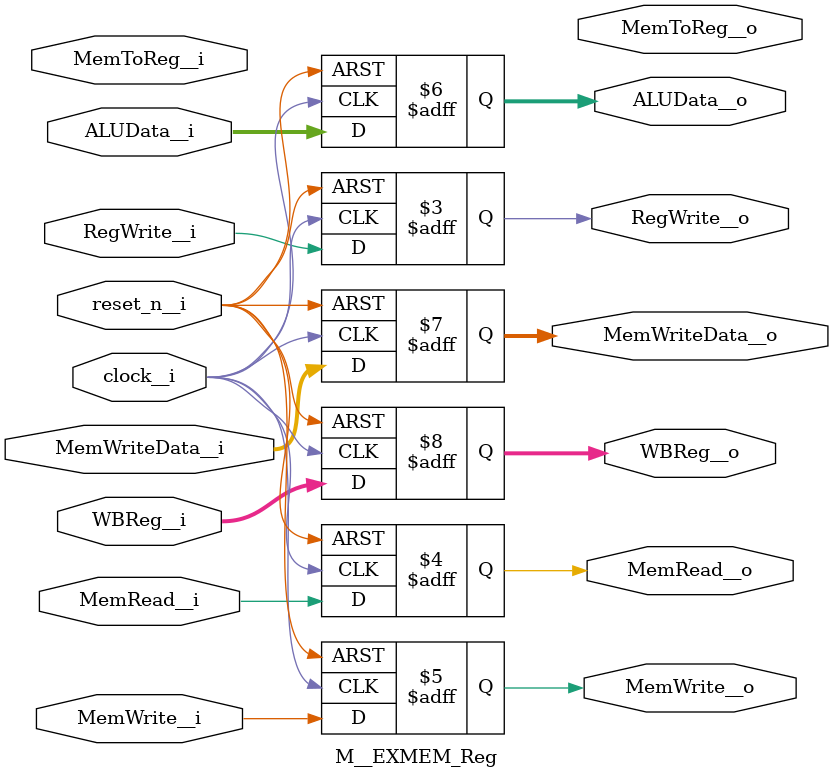
<source format=sv>
/*
 * ============================================================================
 *
 *  Name        :   M__EXMEM_Reg
 *  Author      :   Aditya Shevade
 *
 *  Description :   Pipeline register between EX and MEM stages.
 *
 * ============================================================================
 */

module M__EXMEM_Reg (
    input   wire            clock__i,
    input   wire            reset_n__i,
    input   wire            RegWrite__i,
    input   wire            MemToReg__i,
    input   wire            MemRead__i,
    input   wire            MemWrite__i,
    input   wire    [31:0]  ALUData__i,
    input   wire    [31:0]  MemWriteData__i,
    input   wire    [ 4:0]  WBReg__i,

    output  logic           RegWrite__o,
    output  logic           MemToReg__o,
    output  logic           MemRead__o,
    output  logic           MemWrite__o,
    output  logic   [31:0]  ALUData__o,
    output  logic   [31:0]  MemWriteData__o,
    output  logic   [ 4:0]  WBReg__o
    );

    always @(posedge clock__i or negedge reset_n__i) begin
        if(~reset_n__i) begin
            RegWrite__o     <=  1'b0;
            MemtoReg__o     <=  1'b0;
            MemRead__o      <=  1'b0;
            MemWrite__o     <=  1'b0;
            ALUData__o      <= 32'b0;
            MemWriteData__o <= 32'b0;
            WBReg__o        <=  5'b0;
        end else begin
            RegWrite__o     <= RegWrite__i;
            MemtoReg__o     <= MemtoReg__i;
            MemRead__o      <= MemRead__i;
            MemWrite__o     <= MemWrite__i;
            ALUData__o      <= ALUData__i;
            MemWriteData__o <= MemWriteData__i;
            WBReg__o        <= WBReg__i;
        end
    end

endmodule : M__EXMEM_Reg

</source>
